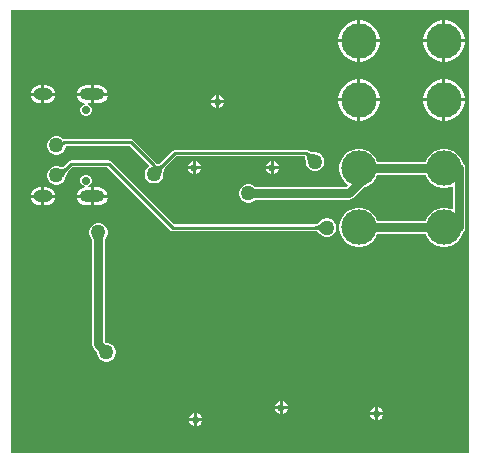
<source format=gbl>
G04*
G04 #@! TF.GenerationSoftware,Altium Limited,Altium Designer,22.0.2 (36)*
G04*
G04 Layer_Physical_Order=2*
G04 Layer_Color=16711680*
%FSLAX25Y25*%
%MOIN*%
G70*
G04*
G04 #@! TF.SameCoordinates,6254A404-E27F-44A1-9D7E-EC7B5FB13BA1*
G04*
G04*
G04 #@! TF.FilePolarity,Positive*
G04*
G01*
G75*
%ADD11C,0.01000*%
%ADD39C,0.03000*%
%ADD40C,0.11811*%
%ADD41O,0.08268X0.03937*%
%ADD42O,0.06299X0.03937*%
%ADD43C,0.02756*%
%ADD44C,0.05000*%
%ADD45C,0.02362*%
G36*
X152500D02*
X0D01*
Y147500D01*
X152500D01*
Y0D01*
D02*
G37*
%LPC*%
G36*
X116507Y144248D02*
X116327D01*
Y137843D01*
X122732D01*
Y138023D01*
X122467Y139357D01*
X121946Y140613D01*
X121191Y141744D01*
X120229Y142706D01*
X119098Y143462D01*
X117841Y143983D01*
X116507Y144248D01*
D02*
G37*
G36*
X115327D02*
X115147D01*
X113812Y143983D01*
X112556Y143462D01*
X111425Y142706D01*
X110463Y141744D01*
X109707Y140613D01*
X109187Y139357D01*
X108921Y138023D01*
Y137843D01*
X115327D01*
Y144248D01*
D02*
G37*
G36*
X144853Y144248D02*
X144673D01*
Y137843D01*
X151079D01*
Y138023D01*
X150813Y139357D01*
X150293Y140613D01*
X149537Y141744D01*
X148575Y142706D01*
X147444Y143462D01*
X146187Y143983D01*
X144853Y144248D01*
D02*
G37*
G36*
X143673D02*
X143493D01*
X142159Y143983D01*
X140902Y143462D01*
X139771Y142706D01*
X138809Y141744D01*
X138054Y140613D01*
X137533Y139357D01*
X137268Y138023D01*
Y137843D01*
X143673D01*
Y144248D01*
D02*
G37*
G36*
X122732Y136843D02*
X116327D01*
Y130437D01*
X116507D01*
X117841Y130702D01*
X119098Y131223D01*
X120229Y131979D01*
X121191Y132940D01*
X121946Y134072D01*
X122467Y135328D01*
X122732Y136662D01*
Y136843D01*
D02*
G37*
G36*
X115327D02*
X108921D01*
Y136662D01*
X109187Y135328D01*
X109707Y134072D01*
X110463Y132940D01*
X111425Y131979D01*
X112556Y131223D01*
X113812Y130702D01*
X115147Y130437D01*
X115327D01*
Y136843D01*
D02*
G37*
G36*
X151079Y136843D02*
X144673D01*
Y130437D01*
X144853D01*
X146187Y130702D01*
X147444Y131223D01*
X148575Y131979D01*
X149537Y132940D01*
X150293Y134072D01*
X150813Y135328D01*
X151079Y136662D01*
Y136843D01*
D02*
G37*
G36*
X143673D02*
X137268D01*
Y136662D01*
X137533Y135328D01*
X138054Y134072D01*
X138809Y132940D01*
X139771Y131979D01*
X140902Y131223D01*
X142159Y130702D01*
X143493Y130437D01*
X143673D01*
Y136843D01*
D02*
G37*
G36*
X29122Y122494D02*
X27457D01*
Y120000D01*
X32051D01*
X32014Y120275D01*
X31715Y120997D01*
X31240Y121617D01*
X30619Y122093D01*
X29897Y122392D01*
X29122Y122494D01*
D02*
G37*
G36*
X11681D02*
X11000D01*
Y120000D01*
X14609D01*
X14573Y120275D01*
X14274Y120997D01*
X13798Y121617D01*
X13178Y122093D01*
X12456Y122392D01*
X11681Y122494D01*
D02*
G37*
G36*
X10000D02*
X9319D01*
X8544Y122392D01*
X7822Y122093D01*
X7202Y121617D01*
X6726Y120997D01*
X6427Y120275D01*
X6391Y120000D01*
X10000D01*
Y122494D01*
D02*
G37*
G36*
X26457D02*
X24792D01*
X24017Y122392D01*
X23295Y122093D01*
X22674Y121617D01*
X22199Y120997D01*
X21900Y120275D01*
X21863Y120000D01*
X26457D01*
Y122494D01*
D02*
G37*
G36*
X116507Y124563D02*
X116327D01*
Y118157D01*
X122732D01*
Y118338D01*
X122467Y119672D01*
X121946Y120929D01*
X121191Y122060D01*
X120229Y123021D01*
X119098Y123777D01*
X117841Y124298D01*
X116507Y124563D01*
D02*
G37*
G36*
X144853D02*
X144673D01*
Y118157D01*
X151079D01*
Y118338D01*
X150813Y119672D01*
X150293Y120929D01*
X149537Y122060D01*
X148575Y123021D01*
X147444Y123777D01*
X146187Y124298D01*
X144853Y124563D01*
D02*
G37*
G36*
X143673D02*
X143493D01*
X142159Y124298D01*
X140902Y123777D01*
X139771Y123021D01*
X138809Y122060D01*
X138054Y120929D01*
X137533Y119672D01*
X137268Y118338D01*
Y118157D01*
X143673D01*
Y124563D01*
D02*
G37*
G36*
X115327D02*
X115147D01*
X113812Y124298D01*
X112556Y123777D01*
X111425Y123021D01*
X110463Y122060D01*
X109707Y120929D01*
X109187Y119672D01*
X108921Y118338D01*
Y118157D01*
X115327D01*
Y124563D01*
D02*
G37*
G36*
X69240Y119154D02*
Y117500D01*
X70894D01*
X70589Y118236D01*
X69976Y118849D01*
X69240Y119154D01*
D02*
G37*
G36*
X68240D02*
X67505Y118849D01*
X66891Y118236D01*
X66587Y117500D01*
X68240D01*
Y119154D01*
D02*
G37*
G36*
X32051Y119000D02*
X27457D01*
Y116506D01*
X29122D01*
X29897Y116608D01*
X30619Y116907D01*
X31240Y117383D01*
X31715Y118003D01*
X32014Y118725D01*
X32051Y119000D01*
D02*
G37*
G36*
X14609D02*
X11000D01*
Y116506D01*
X11681D01*
X12456Y116608D01*
X13178Y116907D01*
X13798Y117383D01*
X14274Y118003D01*
X14573Y118725D01*
X14609Y119000D01*
D02*
G37*
G36*
X10000D02*
X6391D01*
X6427Y118725D01*
X6726Y118003D01*
X7202Y117383D01*
X7822Y116907D01*
X8544Y116608D01*
X9319Y116506D01*
X10000D01*
Y119000D01*
D02*
G37*
G36*
X70894Y116500D02*
X69240D01*
Y114846D01*
X69976Y115151D01*
X70589Y115764D01*
X70894Y116500D01*
D02*
G37*
G36*
X68240D02*
X66587D01*
X66891Y115764D01*
X67505Y115151D01*
X68240Y114846D01*
Y116500D01*
D02*
G37*
G36*
X26457Y119000D02*
X21863D01*
X21900Y118725D01*
X22199Y118003D01*
X22674Y117383D01*
X23295Y116907D01*
X24017Y116608D01*
X24346Y116565D01*
X24383Y116055D01*
X23806Y115817D01*
X23278Y115288D01*
X22992Y114598D01*
Y113851D01*
X23278Y113161D01*
X23806Y112633D01*
X24496Y112347D01*
X25244D01*
X25934Y112633D01*
X26462Y113161D01*
X26748Y113851D01*
Y114598D01*
X26462Y115288D01*
X25934Y115817D01*
X25477Y116006D01*
X25576Y116506D01*
X26457D01*
Y119000D01*
D02*
G37*
G36*
X151079Y117157D02*
X144673D01*
Y110752D01*
X144853D01*
X146187Y111017D01*
X147444Y111538D01*
X148575Y112294D01*
X149537Y113256D01*
X150293Y114386D01*
X150813Y115643D01*
X151079Y116977D01*
Y117157D01*
D02*
G37*
G36*
X143673D02*
X137268D01*
Y116977D01*
X137533Y115643D01*
X138054Y114386D01*
X138809Y113256D01*
X139771Y112294D01*
X140902Y111538D01*
X142159Y111017D01*
X143493Y110752D01*
X143673D01*
Y117157D01*
D02*
G37*
G36*
X122732D02*
X116327D01*
Y110752D01*
X116507D01*
X117841Y111017D01*
X119098Y111538D01*
X120229Y112294D01*
X121191Y113256D01*
X121946Y114386D01*
X122467Y115643D01*
X122732Y116977D01*
Y117157D01*
D02*
G37*
G36*
X115327D02*
X108921D01*
Y116977D01*
X109187Y115643D01*
X109707Y114386D01*
X110463Y113256D01*
X111425Y112294D01*
X112556Y111538D01*
X113812Y111017D01*
X115147Y110752D01*
X115327D01*
Y117157D01*
D02*
G37*
G36*
X87500Y97154D02*
Y95500D01*
X89154D01*
X88849Y96236D01*
X88235Y96849D01*
X87500Y97154D01*
D02*
G37*
G36*
X86500D02*
X85764Y96849D01*
X85151Y96236D01*
X84846Y95500D01*
X86500D01*
Y97154D01*
D02*
G37*
G36*
X61500D02*
Y95500D01*
X63154D01*
X62849Y96236D01*
X62235Y96849D01*
X61500Y97154D01*
D02*
G37*
G36*
X60500D02*
X59764Y96849D01*
X59151Y96236D01*
X58846Y95500D01*
X60500D01*
Y97154D01*
D02*
G37*
G36*
X32400Y97522D02*
X32400Y97522D01*
X19982D01*
X19553Y97436D01*
X19189Y97193D01*
X19189Y97193D01*
X17635Y95639D01*
X17578Y95619D01*
X17455Y95512D01*
X17360Y95449D01*
X17255Y95400D01*
X17138Y95363D01*
X17002Y95338D01*
X16845Y95329D01*
X16666Y95337D01*
X16464Y95366D01*
X16240Y95416D01*
X15975Y95495D01*
X15850Y95482D01*
X15408Y95600D01*
X14592D01*
X13803Y95389D01*
X13097Y94981D01*
X12519Y94403D01*
X12111Y93697D01*
X11900Y92908D01*
Y92092D01*
X12111Y91303D01*
X12519Y90597D01*
X13097Y90019D01*
X13803Y89611D01*
X14592Y89400D01*
X15408D01*
X16197Y89611D01*
X16903Y90019D01*
X17481Y90597D01*
X17889Y91303D01*
X17934Y91474D01*
X18004Y91555D01*
X18237Y92261D01*
X18452Y92832D01*
X18654Y93281D01*
X18741Y93445D01*
X18822Y93579D01*
X18890Y93673D01*
X18967Y93761D01*
X18987Y93818D01*
X20447Y95278D01*
X31935D01*
X52907Y74307D01*
X52907Y74307D01*
X53271Y74064D01*
X53700Y73978D01*
X53700Y73978D01*
X101154D01*
X101208Y73952D01*
X101359Y73942D01*
X101480Y73919D01*
X101617Y73877D01*
X101770Y73812D01*
X101937Y73724D01*
X102117Y73611D01*
X102303Y73477D01*
X102734Y73108D01*
X102960Y72886D01*
X103077Y72839D01*
X103297Y72619D01*
X104003Y72211D01*
X104792Y72000D01*
X105608D01*
X106397Y72211D01*
X107103Y72619D01*
X107681Y73197D01*
X108089Y73903D01*
X108300Y74692D01*
Y75508D01*
X108089Y76297D01*
X107681Y77003D01*
X107103Y77581D01*
X106397Y77989D01*
X105608Y78200D01*
X104792D01*
X104003Y77989D01*
X103297Y77581D01*
X103081Y77365D01*
X102970Y77323D01*
X102508Y76889D01*
X102310Y76728D01*
X102117Y76589D01*
X101937Y76476D01*
X101770Y76388D01*
X101617Y76323D01*
X101480Y76281D01*
X101359Y76258D01*
X101208Y76248D01*
X101154Y76222D01*
X54165D01*
X33193Y97193D01*
X32829Y97436D01*
X32400Y97522D01*
D02*
G37*
G36*
X15408Y105600D02*
X14592D01*
X13803Y105389D01*
X13097Y104981D01*
X12519Y104403D01*
X12111Y103697D01*
X11900Y102908D01*
Y102092D01*
X12111Y101303D01*
X12519Y100597D01*
X13097Y100019D01*
X13803Y99611D01*
X14592Y99400D01*
X15408D01*
X16197Y99611D01*
X16903Y100019D01*
X17481Y100597D01*
X17889Y101303D01*
X18100Y102092D01*
Y102378D01*
X39395D01*
X45748Y96026D01*
X45689Y95581D01*
X45591Y95475D01*
X45019Y94903D01*
X44611Y94197D01*
X44400Y93408D01*
Y92592D01*
X44611Y91803D01*
X45019Y91097D01*
X45597Y90519D01*
X46303Y90111D01*
X47092Y89900D01*
X47908D01*
X48697Y90111D01*
X49403Y90519D01*
X49981Y91097D01*
X50389Y91803D01*
X50600Y92592D01*
Y92896D01*
X50649Y93005D01*
X50669Y93638D01*
X50695Y93892D01*
X50733Y94127D01*
X50780Y94335D01*
X50836Y94515D01*
X50899Y94668D01*
X50965Y94795D01*
X51035Y94898D01*
X51135Y95011D01*
X51154Y95068D01*
X54965Y98878D01*
X97743D01*
X97801Y98768D01*
X97864Y98615D01*
X97920Y98435D01*
X97967Y98227D01*
X98004Y98001D01*
X98048Y97436D01*
X98051Y97119D01*
X98100Y97003D01*
Y96692D01*
X98311Y95903D01*
X98719Y95197D01*
X99297Y94619D01*
X100003Y94211D01*
X100792Y94000D01*
X101608D01*
X102397Y94211D01*
X103103Y94619D01*
X103681Y95197D01*
X104089Y95903D01*
X104300Y96692D01*
Y97508D01*
X104089Y98297D01*
X103681Y99003D01*
X103103Y99581D01*
X102397Y99989D01*
X101608Y100200D01*
X101304D01*
X101195Y100249D01*
X100562Y100268D01*
X100308Y100295D01*
X100073Y100333D01*
X99865Y100380D01*
X99685Y100436D01*
X99532Y100499D01*
X99405Y100566D01*
X99303Y100635D01*
X99189Y100735D01*
X99132Y100754D01*
X99093Y100793D01*
X98729Y101036D01*
X98300Y101122D01*
X98300Y101122D01*
X54500D01*
X54071Y101036D01*
X53707Y100793D01*
X53707Y100793D01*
X49568Y96654D01*
X49511Y96635D01*
X49398Y96535D01*
X49295Y96465D01*
X49168Y96399D01*
X49015Y96336D01*
X48536Y96289D01*
X48293Y96653D01*
X48293Y96653D01*
X40653Y104293D01*
X40289Y104536D01*
X39860Y104622D01*
X39860Y104622D01*
X17586D01*
X17586Y104622D01*
X17316Y104568D01*
X16903Y104981D01*
X16197Y105389D01*
X15408Y105600D01*
D02*
G37*
G36*
X89154Y94500D02*
X87500D01*
Y92846D01*
X88235Y93151D01*
X88849Y93765D01*
X89154Y94500D01*
D02*
G37*
G36*
X86500D02*
X84846D01*
X85151Y93765D01*
X85764Y93151D01*
X86500Y92846D01*
Y94500D01*
D02*
G37*
G36*
X63154D02*
X61500D01*
Y92846D01*
X62235Y93151D01*
X62849Y93765D01*
X63154Y94500D01*
D02*
G37*
G36*
X60500D02*
X58846D01*
X59151Y93765D01*
X59764Y93151D01*
X60500Y92846D01*
Y94500D01*
D02*
G37*
G36*
X29122Y88478D02*
X27457D01*
Y85984D01*
X32051D01*
X32014Y86259D01*
X31715Y86981D01*
X31240Y87601D01*
X30619Y88077D01*
X29897Y88376D01*
X29122Y88478D01*
D02*
G37*
G36*
X11681D02*
X11000D01*
Y85984D01*
X14609D01*
X14573Y86259D01*
X14274Y86981D01*
X13798Y87601D01*
X13178Y88077D01*
X12456Y88376D01*
X11681Y88478D01*
D02*
G37*
G36*
X10000D02*
X9319D01*
X8544Y88376D01*
X7822Y88077D01*
X7202Y87601D01*
X6726Y86981D01*
X6427Y86259D01*
X6391Y85984D01*
X10000D01*
Y88478D01*
D02*
G37*
G36*
X25244Y92638D02*
X24496D01*
X23806Y92352D01*
X23278Y91823D01*
X22992Y91133D01*
Y90386D01*
X23278Y89696D01*
X23806Y89167D01*
X24383Y88929D01*
X24346Y88420D01*
X24017Y88376D01*
X23295Y88077D01*
X22674Y87601D01*
X22199Y86981D01*
X21900Y86259D01*
X21863Y85984D01*
X26457D01*
Y88478D01*
X25576D01*
X25477Y88978D01*
X25934Y89167D01*
X26462Y89696D01*
X26748Y90386D01*
Y91133D01*
X26462Y91823D01*
X25934Y92352D01*
X25244Y92638D01*
D02*
G37*
G36*
X32051Y84984D02*
X27457D01*
Y82490D01*
X29122D01*
X29897Y82592D01*
X30619Y82891D01*
X31240Y83367D01*
X31715Y83987D01*
X32014Y84709D01*
X32051Y84984D01*
D02*
G37*
G36*
X26457D02*
X21863D01*
X21900Y84709D01*
X22199Y83987D01*
X22674Y83367D01*
X23295Y82891D01*
X24017Y82592D01*
X24792Y82490D01*
X26457D01*
Y84984D01*
D02*
G37*
G36*
X14609D02*
X11000D01*
Y82490D01*
X11681D01*
X12456Y82592D01*
X13178Y82891D01*
X13798Y83367D01*
X14274Y83987D01*
X14573Y84709D01*
X14609Y84984D01*
D02*
G37*
G36*
X10000D02*
X6391D01*
X6427Y84709D01*
X6726Y83987D01*
X7202Y83367D01*
X7822Y82891D01*
X8544Y82592D01*
X9319Y82490D01*
X10000D01*
Y84984D01*
D02*
G37*
G36*
X116467Y101348D02*
X115186D01*
X113929Y101098D01*
X112745Y100608D01*
X111680Y99896D01*
X110774Y98989D01*
X110062Y97924D01*
X109571Y96740D01*
X109321Y95483D01*
Y94202D01*
X109571Y92945D01*
X110062Y91761D01*
X110774Y90696D01*
X111680Y89789D01*
X111991Y89581D01*
X112040Y89084D01*
X111606Y88650D01*
X81239D01*
X80899Y88990D01*
X80192Y89398D01*
X79404Y89609D01*
X78587D01*
X77799Y89398D01*
X77092Y88990D01*
X76515Y88412D01*
X76107Y87706D01*
X75896Y86917D01*
Y86101D01*
X76107Y85312D01*
X76515Y84606D01*
X77092Y84028D01*
X77799Y83620D01*
X78587Y83409D01*
X79404D01*
X80192Y83620D01*
X80899Y84028D01*
X81239Y84368D01*
X112493D01*
X113313Y84531D01*
X114007Y84995D01*
X117568Y88556D01*
X117724Y88587D01*
X118908Y89077D01*
X119974Y89789D01*
X120880Y90696D01*
X121592Y91761D01*
X121981Y92701D01*
X138019D01*
X138408Y91761D01*
X139120Y90696D01*
X140026Y89789D01*
X141092Y89077D01*
X142276Y88587D01*
X143533Y88337D01*
X144814D01*
X146071Y88587D01*
X146616Y88813D01*
X147032Y88535D01*
Y81465D01*
X146616Y81187D01*
X146071Y81413D01*
X144814Y81663D01*
X143533D01*
X142276Y81413D01*
X141092Y80923D01*
X140026Y80211D01*
X139120Y79304D01*
X138408Y78239D01*
X138019Y77299D01*
X121981D01*
X121592Y78239D01*
X120880Y79304D01*
X119974Y80211D01*
X118908Y80923D01*
X117724Y81413D01*
X116467Y81663D01*
X115186D01*
X113929Y81413D01*
X112745Y80923D01*
X111680Y80211D01*
X110774Y79304D01*
X110062Y78239D01*
X109571Y77055D01*
X109321Y75798D01*
Y74517D01*
X109571Y73260D01*
X110062Y72076D01*
X110774Y71011D01*
X111680Y70104D01*
X112745Y69392D01*
X113929Y68902D01*
X115186Y68652D01*
X116467D01*
X117724Y68902D01*
X118908Y69392D01*
X119974Y70104D01*
X120880Y71011D01*
X121592Y72076D01*
X121981Y73016D01*
X138019D01*
X138408Y72076D01*
X139120Y71011D01*
X140026Y70104D01*
X141092Y69392D01*
X142276Y68902D01*
X143533Y68652D01*
X144814D01*
X146071Y68902D01*
X147255Y69392D01*
X148320Y70104D01*
X149226Y71011D01*
X149938Y72076D01*
X150429Y73260D01*
X150477Y73503D01*
X150687Y73643D01*
X150687D01*
X151151Y74338D01*
X151314Y75157D01*
Y94842D01*
X151151Y95662D01*
X150687Y96356D01*
X150687D01*
X150477Y96497D01*
X150429Y96740D01*
X149938Y97924D01*
X149226Y98989D01*
X148320Y99896D01*
X147255Y100608D01*
X146071Y101098D01*
X144814Y101348D01*
X143533D01*
X142276Y101098D01*
X141092Y100608D01*
X140026Y99896D01*
X139120Y98989D01*
X138408Y97924D01*
X138019Y96984D01*
X121981D01*
X121592Y97924D01*
X120880Y98989D01*
X119974Y99896D01*
X118908Y100608D01*
X117724Y101098D01*
X116467Y101348D01*
D02*
G37*
G36*
X29408Y76600D02*
X28592D01*
X27803Y76389D01*
X27097Y75981D01*
X26519Y75403D01*
X26111Y74697D01*
X25900Y73908D01*
Y73092D01*
X26111Y72303D01*
X26519Y71597D01*
X26713Y71403D01*
X26716Y71365D01*
X26733Y71329D01*
X26737Y71317D01*
X26741Y71311D01*
X26753Y71276D01*
X26774Y71191D01*
X26792Y71086D01*
X26848Y70257D01*
X26851Y69994D01*
X26859Y69975D01*
Y36201D01*
X27022Y35381D01*
X27486Y34687D01*
X28524Y33648D01*
Y33168D01*
X28736Y32380D01*
X29144Y31673D01*
X29721Y31096D01*
X30428Y30688D01*
X31216Y30476D01*
X32032D01*
X32821Y30688D01*
X33528Y31096D01*
X34105Y31673D01*
X34513Y32380D01*
X34724Y33168D01*
Y33985D01*
X34513Y34773D01*
X34105Y35480D01*
X33528Y36057D01*
X32821Y36465D01*
X32032Y36676D01*
X31552D01*
X31141Y37088D01*
Y69975D01*
X31149Y69994D01*
X31152Y70265D01*
X31171Y70725D01*
X31206Y71075D01*
X31226Y71191D01*
X31247Y71276D01*
X31259Y71311D01*
X31263Y71317D01*
X31267Y71329D01*
X31284Y71365D01*
X31287Y71403D01*
X31481Y71597D01*
X31889Y72303D01*
X32100Y73092D01*
Y73908D01*
X31889Y74697D01*
X31481Y75403D01*
X30903Y75981D01*
X30197Y76389D01*
X29408Y76600D01*
D02*
G37*
G36*
X90500Y17154D02*
Y15500D01*
X92154D01*
X91849Y16236D01*
X91236Y16849D01*
X90500Y17154D01*
D02*
G37*
G36*
X89500D02*
X88765Y16849D01*
X88151Y16236D01*
X87846Y15500D01*
X89500D01*
Y17154D01*
D02*
G37*
G36*
X122290Y15154D02*
Y13500D01*
X123944D01*
X123639Y14235D01*
X123026Y14849D01*
X122290Y15154D01*
D02*
G37*
G36*
X121290D02*
X120555Y14849D01*
X119941Y14235D01*
X119636Y13500D01*
X121290D01*
Y15154D01*
D02*
G37*
G36*
X92154Y14500D02*
X90500D01*
Y12846D01*
X91236Y13151D01*
X91849Y13765D01*
X92154Y14500D01*
D02*
G37*
G36*
X89500D02*
X87846D01*
X88151Y13765D01*
X88765Y13151D01*
X89500Y12846D01*
Y14500D01*
D02*
G37*
G36*
X61980Y13154D02*
Y11500D01*
X63634D01*
X63329Y12235D01*
X62716Y12849D01*
X61980Y13154D01*
D02*
G37*
G36*
X60980D02*
X60245Y12849D01*
X59631Y12235D01*
X59327Y11500D01*
X60980D01*
Y13154D01*
D02*
G37*
G36*
X123944Y12500D02*
X122290D01*
Y10846D01*
X123026Y11151D01*
X123639Y11765D01*
X123944Y12500D01*
D02*
G37*
G36*
X121290D02*
X119636D01*
X119941Y11765D01*
X120555Y11151D01*
X121290Y10846D01*
Y12500D01*
D02*
G37*
G36*
X63634Y10500D02*
X61980D01*
Y8846D01*
X62716Y9151D01*
X63329Y9764D01*
X63634Y10500D01*
D02*
G37*
G36*
X60980D02*
X59327D01*
X59631Y9764D01*
X60245Y9151D01*
X60980Y8846D01*
Y10500D01*
D02*
G37*
%LPD*%
G36*
X18480Y94191D02*
X18381Y94078D01*
X18280Y93937D01*
X18176Y93766D01*
X18070Y93567D01*
X17852Y93080D01*
X17624Y92478D01*
X17388Y91759D01*
X15789Y94872D01*
X16076Y94787D01*
X16348Y94726D01*
X16606Y94690D01*
X16849Y94679D01*
X17078Y94692D01*
X17293Y94731D01*
X17493Y94794D01*
X17678Y94881D01*
X17849Y94994D01*
X18006Y95131D01*
X18480Y94191D01*
D02*
G37*
G36*
X103415Y73350D02*
X103173Y73588D01*
X102705Y73988D01*
X102480Y74150D01*
X102261Y74287D01*
X102047Y74400D01*
X101840Y74488D01*
X101637Y74550D01*
X101441Y74588D01*
X101251Y74600D01*
Y75600D01*
X101441Y75612D01*
X101637Y75650D01*
X101840Y75713D01*
X102047Y75800D01*
X102261Y75912D01*
X102480Y76050D01*
X102705Y76213D01*
X102936Y76400D01*
X103415Y76850D01*
Y73350D01*
D02*
G37*
G36*
X98905Y100120D02*
X99070Y100008D01*
X99257Y99909D01*
X99466Y99824D01*
X99696Y99753D01*
X99949Y99695D01*
X100223Y99651D01*
X100518Y99620D01*
X101175Y99600D01*
X98700Y97125D01*
X98697Y97464D01*
X98649Y98077D01*
X98605Y98351D01*
X98547Y98604D01*
X98476Y98834D01*
X98391Y99043D01*
X98292Y99230D01*
X98180Y99396D01*
X98054Y99539D01*
X98761Y100246D01*
X98905Y100120D01*
D02*
G37*
G36*
X50646Y95439D02*
X50520Y95296D01*
X50408Y95130D01*
X50309Y94943D01*
X50224Y94734D01*
X50153Y94504D01*
X50095Y94251D01*
X50051Y93977D01*
X50020Y93682D01*
X50000Y93025D01*
X47525Y95500D01*
X47864Y95503D01*
X48477Y95551D01*
X48751Y95595D01*
X49004Y95653D01*
X49234Y95724D01*
X49443Y95809D01*
X49630Y95908D01*
X49795Y96020D01*
X49939Y96146D01*
X50646Y95439D01*
D02*
G37*
G36*
X30702Y71653D02*
X30660Y71568D01*
X30623Y71457D01*
X30590Y71323D01*
X30562Y71163D01*
X30523Y70772D01*
X30503Y70282D01*
X30500Y70000D01*
X27500D01*
X27498Y70282D01*
X27437Y71163D01*
X27410Y71323D01*
X27378Y71457D01*
X27340Y71568D01*
X27297Y71653D01*
X27250Y71715D01*
X30750D01*
X30702Y71653D01*
D02*
G37*
D11*
X17586Y103500D02*
X39860D01*
X17351Y103265D02*
X17586Y103500D01*
X15765Y103265D02*
X17351D01*
X15000Y102500D02*
X15765Y103265D01*
X54500Y100000D02*
X98300D01*
X47500Y93000D02*
X54500Y100000D01*
X47500Y93000D02*
Y95860D01*
X39860Y103500D02*
X47500Y95860D01*
X98300Y100000D02*
X101200Y97100D01*
X16082Y92500D02*
X19982Y96400D01*
X15000Y92500D02*
X16082D01*
X19982Y96400D02*
X32400D01*
X53700Y75100D01*
X105200D01*
D39*
X120827Y75157D02*
X149173D01*
X149173Y75157D02*
Y94842D01*
X149173Y75157D02*
X149173Y75157D01*
X149173Y94842D02*
X149173Y94842D01*
X120827Y94842D02*
X149173D01*
X112493Y86509D02*
X120827Y94842D01*
X29000Y36201D02*
X31624Y33576D01*
X29000Y36201D02*
Y73500D01*
X78996Y86509D02*
X112493D01*
D40*
X115827Y75157D02*
D03*
Y94842D02*
D03*
X144173Y94842D02*
D03*
X144173Y75157D02*
D03*
X115827Y117657D02*
D03*
Y137343D02*
D03*
X144173Y137343D02*
D03*
X144173Y117657D02*
D03*
D41*
X26957Y119500D02*
D03*
Y85484D02*
D03*
D42*
X10500Y119500D02*
D03*
Y85484D02*
D03*
D43*
X24870Y114225D02*
D03*
Y90760D02*
D03*
D44*
X31624Y33576D02*
D03*
X29000Y73500D02*
D03*
X78996Y86509D02*
D03*
X15000Y102500D02*
D03*
X47500Y93000D02*
D03*
X15000Y92500D02*
D03*
X105200Y75100D02*
D03*
X101200Y97100D02*
D03*
D45*
X87000Y95000D02*
D03*
X61000D02*
D03*
X68740Y117000D02*
D03*
X121790Y13000D02*
D03*
X90000Y15000D02*
D03*
X61480Y11000D02*
D03*
M02*

</source>
